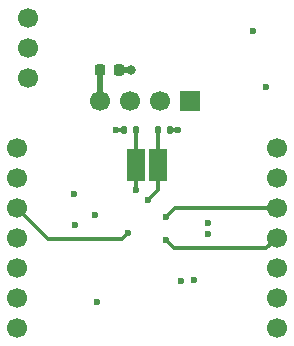
<source format=gbr>
%TF.GenerationSoftware,KiCad,Pcbnew,9.0.6*%
%TF.CreationDate,2025-11-30T13:42:40+01:00*%
%TF.ProjectId,stm32f030f4p6-board,73746d33-3266-4303-9330-663470362d62,rev?*%
%TF.SameCoordinates,Original*%
%TF.FileFunction,Copper,L4,Bot*%
%TF.FilePolarity,Positive*%
%FSLAX46Y46*%
G04 Gerber Fmt 4.6, Leading zero omitted, Abs format (unit mm)*
G04 Created by KiCad (PCBNEW 9.0.6) date 2025-11-30 13:42:40*
%MOMM*%
%LPD*%
G01*
G04 APERTURE LIST*
G04 Aperture macros list*
%AMRoundRect*
0 Rectangle with rounded corners*
0 $1 Rounding radius*
0 $2 $3 $4 $5 $6 $7 $8 $9 X,Y pos of 4 corners*
0 Add a 4 corners polygon primitive as box body*
4,1,4,$2,$3,$4,$5,$6,$7,$8,$9,$2,$3,0*
0 Add four circle primitives for the rounded corners*
1,1,$1+$1,$2,$3*
1,1,$1+$1,$4,$5*
1,1,$1+$1,$6,$7*
1,1,$1+$1,$8,$9*
0 Add four rect primitives between the rounded corners*
20,1,$1+$1,$2,$3,$4,$5,0*
20,1,$1+$1,$4,$5,$6,$7,0*
20,1,$1+$1,$6,$7,$8,$9,0*
20,1,$1+$1,$8,$9,$2,$3,0*%
G04 Aperture macros list end*
%TA.AperFunction,ComponentPad*%
%ADD10C,1.700000*%
%TD*%
%TA.AperFunction,SMDPad,CuDef*%
%ADD11R,1.500000X2.700000*%
%TD*%
%TA.AperFunction,SMDPad,CuDef*%
%ADD12RoundRect,0.225000X-0.225000X-0.250000X0.225000X-0.250000X0.225000X0.250000X-0.225000X0.250000X0*%
%TD*%
%TA.AperFunction,ComponentPad*%
%ADD13R,1.700000X1.700000*%
%TD*%
%TA.AperFunction,SMDPad,CuDef*%
%ADD14RoundRect,0.140000X0.140000X0.170000X-0.140000X0.170000X-0.140000X-0.170000X0.140000X-0.170000X0*%
%TD*%
%TA.AperFunction,SMDPad,CuDef*%
%ADD15RoundRect,0.140000X-0.140000X-0.170000X0.140000X-0.170000X0.140000X0.170000X-0.140000X0.170000X0*%
%TD*%
%TA.AperFunction,ViaPad*%
%ADD16C,0.600000*%
%TD*%
%TA.AperFunction,ViaPad*%
%ADD17C,0.800000*%
%TD*%
%TA.AperFunction,Conductor*%
%ADD18C,0.300000*%
%TD*%
%TA.AperFunction,Conductor*%
%ADD19C,0.500000*%
%TD*%
G04 APERTURE END LIST*
D10*
%TO.P,J2,1,Pin_1*%
%TO.N,+3.3V*%
X86385500Y-56237999D03*
%TO.P,J2,2,Pin_2*%
%TO.N,/boot0*%
X86385500Y-53697999D03*
%TO.P,J2,3,Pin_3*%
%TO.N,unconnected-(J2-Pin_3-Pad3)*%
X86385500Y-51157999D03*
%TD*%
D11*
%TO.P,Y1,1,1*%
%TO.N,Net-(U1-PF1)*%
X97450000Y-63612000D03*
%TO.P,Y1,2,2*%
%TO.N,Net-(U1-PF0)*%
X95550000Y-63612000D03*
%TD*%
D12*
%TO.P,C5,1*%
%TO.N,+3.3V*%
X92542500Y-55568999D03*
%TO.P,C5,2*%
%TO.N,GND*%
X94092500Y-55568999D03*
%TD*%
D10*
%TO.P,J3,1,Pin_1*%
%TO.N,+3.3V*%
X107500000Y-62134999D03*
%TO.P,J3,2,Pin_2*%
%TO.N,GND*%
X107500000Y-64674999D03*
%TO.P,J3,3,Pin_3*%
%TO.N,/PA9*%
X107500000Y-67214999D03*
%TO.P,J3,4,Pin_4*%
%TO.N,/PB1*%
X107500000Y-69754999D03*
%TO.P,J3,5,Pin_5*%
%TO.N,/PA7*%
X107500000Y-72294999D03*
%TO.P,J3,6,Pin_6*%
%TO.N,/PA6*%
X107500000Y-74834999D03*
%TO.P,J3,7,Pin_7*%
%TO.N,/PA5*%
X107500000Y-77374999D03*
%TD*%
%TO.P,J5,1,Pin_1*%
%TO.N,+3.3V*%
X85500000Y-62134999D03*
%TO.P,J5,2,Pin_2*%
%TO.N,GND*%
X85500000Y-64674999D03*
%TO.P,J5,3,Pin_3*%
%TO.N,/PA0*%
X85500000Y-67214999D03*
%TO.P,J5,4,Pin_4*%
%TO.N,/PA1*%
X85500000Y-69754999D03*
%TO.P,J5,5,Pin_5*%
%TO.N,/PA2*%
X85500000Y-72294999D03*
%TO.P,J5,6,Pin_6*%
%TO.N,/PA3*%
X85500000Y-74834999D03*
%TO.P,J5,7,Pin_7*%
%TO.N,/PA4*%
X85500000Y-77374999D03*
%TD*%
D13*
%TO.P,J1,1,Pin_1*%
%TO.N,GND*%
X100162500Y-58186999D03*
D10*
%TO.P,J1,2,Pin_2*%
%TO.N,/SWCLK*%
X97622500Y-58186999D03*
%TO.P,J1,3,Pin_3*%
%TO.N,/SWDIO*%
X95082500Y-58186999D03*
%TO.P,J1,4,Pin_4*%
%TO.N,+3.3V*%
X92542500Y-58186999D03*
%TD*%
D14*
%TO.P,C2,1*%
%TO.N,GND*%
X98410000Y-60670000D03*
%TO.P,C2,2*%
%TO.N,Net-(U1-PF1)*%
X97450000Y-60670000D03*
%TD*%
D15*
%TO.P,C1,1*%
%TO.N,GND*%
X94590000Y-60670000D03*
%TO.P,C1,2*%
%TO.N,Net-(U1-PF0)*%
X95550000Y-60670000D03*
%TD*%
D16*
%TO.N,+3.3V*%
X92128500Y-67800000D03*
%TO.N,GND*%
X105458000Y-52293999D03*
%TO.N,Net-(U1-PF1)*%
X96591000Y-66582000D03*
%TO.N,Net-(U1-PF0)*%
X95550000Y-65730000D03*
%TO.N,GND*%
X93890000Y-60670000D03*
X99110000Y-60670000D03*
%TO.N,/PB1*%
X98099500Y-69970999D03*
%TO.N,+3.3V*%
X100462500Y-73341999D03*
X101690000Y-68515999D03*
%TO.N,GND*%
X99396500Y-73394999D03*
X101690000Y-69475999D03*
%TO.N,/PA9*%
X98099500Y-68020999D03*
%TO.N,GND*%
X90368500Y-68670999D03*
%TO.N,+3.3V*%
X106537500Y-57004999D03*
%TO.N,/PA0*%
X94921500Y-69320999D03*
D17*
%TO.N,GND*%
X95182500Y-55568999D03*
D16*
X90325000Y-66070999D03*
X92253500Y-75175999D03*
%TD*%
D18*
%TO.N,Net-(U1-PF1)*%
X97450000Y-65723000D02*
X97450000Y-63612000D01*
X96591000Y-66582000D02*
X97450000Y-65723000D01*
%TO.N,Net-(U1-PF0)*%
X95550000Y-63612000D02*
X95550000Y-65730000D01*
%TO.N,Net-(U1-PF1)*%
X97450000Y-63612000D02*
X97450000Y-60670000D01*
%TO.N,Net-(U1-PF0)*%
X95550000Y-60670000D02*
X95550000Y-63612000D01*
%TO.N,GND*%
X94590000Y-60670000D02*
X93890000Y-60670000D01*
X98410000Y-60670000D02*
X99110000Y-60670000D01*
%TO.N,/PA0*%
X85500000Y-67214999D02*
X88107000Y-69821999D01*
X88107000Y-69821999D02*
X94420500Y-69821999D01*
D19*
%TO.N,GND*%
X94092500Y-55568999D02*
X95182500Y-55568999D01*
D18*
%TO.N,/PB1*%
X98766500Y-70637999D02*
X98099500Y-69970999D01*
X107500000Y-69754999D02*
X106617000Y-70637999D01*
%TO.N,/PA0*%
X94420500Y-69821999D02*
X94921500Y-69320999D01*
D19*
%TO.N,+3.3V*%
X92542500Y-55568999D02*
X92542500Y-58186999D01*
D18*
%TO.N,/PB1*%
X106617000Y-70637999D02*
X98766500Y-70637999D01*
%TO.N,/PA9*%
X98905500Y-67214999D02*
X107500000Y-67214999D01*
X98099500Y-68020999D02*
X98905500Y-67214999D01*
%TD*%
M02*

</source>
